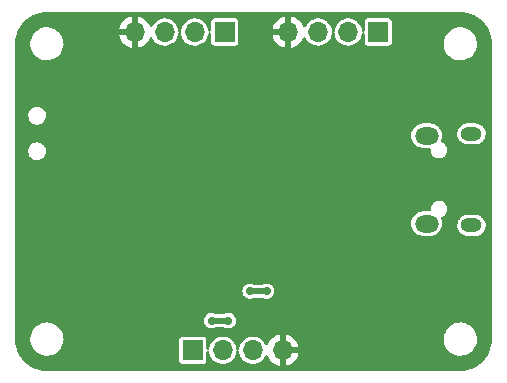
<source format=gbr>
%TF.GenerationSoftware,KiCad,Pcbnew,(6.0.8)*%
%TF.CreationDate,2022-11-08T11:47:25+01:00*%
%TF.ProjectId,stm32,73746d33-322e-46b6-9963-61645f706362,rev?*%
%TF.SameCoordinates,Original*%
%TF.FileFunction,Copper,L2,Bot*%
%TF.FilePolarity,Positive*%
%FSLAX46Y46*%
G04 Gerber Fmt 4.6, Leading zero omitted, Abs format (unit mm)*
G04 Created by KiCad (PCBNEW (6.0.8)) date 2022-11-08 11:47:25*
%MOMM*%
%LPD*%
G01*
G04 APERTURE LIST*
%TA.AperFunction,ComponentPad*%
%ADD10O,2.000000X1.450000*%
%TD*%
%TA.AperFunction,ComponentPad*%
%ADD11O,1.800000X1.150000*%
%TD*%
%TA.AperFunction,ComponentPad*%
%ADD12R,1.700000X1.700000*%
%TD*%
%TA.AperFunction,ComponentPad*%
%ADD13O,1.700000X1.700000*%
%TD*%
%TA.AperFunction,ViaPad*%
%ADD14C,0.700000*%
%TD*%
%TA.AperFunction,Conductor*%
%ADD15C,0.500000*%
%TD*%
G04 APERTURE END LIST*
D10*
%TO.P,J2,6,Shield*%
%TO.N,N/C*%
X163345000Y-91475000D03*
D11*
X167145000Y-99075000D03*
X167145000Y-91325000D03*
D10*
X163345000Y-98925000D03*
%TD*%
D12*
%TO.P,J3,1,Pin_1*%
%TO.N,+3.3V*%
X143550000Y-109650000D03*
D13*
%TO.P,J3,2,Pin_2*%
%TO.N,/I2C2_SCL*%
X146090000Y-109650000D03*
%TO.P,J3,3,Pin_3*%
%TO.N,/I2C2_SDA*%
X148630000Y-109650000D03*
%TO.P,J3,4,Pin_4*%
%TO.N,GND*%
X151170000Y-109650000D03*
%TD*%
D12*
%TO.P,J4,1,Pin_1*%
%TO.N,+3.3V*%
X159250000Y-82700000D03*
D13*
%TO.P,J4,2,Pin_2*%
%TO.N,/SWDIO*%
X156710000Y-82700000D03*
%TO.P,J4,3,Pin_3*%
%TO.N,/SWCLK*%
X154170000Y-82700000D03*
%TO.P,J4,4,Pin_4*%
%TO.N,GND*%
X151630000Y-82700000D03*
%TD*%
D12*
%TO.P,J1,1,Pin_1*%
%TO.N,+3.3V*%
X146250000Y-82700000D03*
D13*
%TO.P,J1,2,Pin_2*%
%TO.N,/USART1_TX*%
X143710000Y-82700000D03*
%TO.P,J1,3,Pin_3*%
%TO.N,/USART1_RX*%
X141170000Y-82700000D03*
%TO.P,J1,4,Pin_4*%
%TO.N,GND*%
X138630000Y-82700000D03*
%TD*%
D14*
%TO.N,GND*%
X145400000Y-93450000D03*
X160000000Y-99150000D03*
X133500000Y-89050000D03*
X140200000Y-92750000D03*
X146600000Y-102450000D03*
X140600000Y-100150000D03*
X161300000Y-93850000D03*
X141700000Y-91850000D03*
X140600000Y-103250000D03*
X159600000Y-103650000D03*
X160000000Y-100050000D03*
X141100000Y-95550000D03*
X160500000Y-103650000D03*
X164100000Y-104050000D03*
X145000000Y-97200000D03*
X149950000Y-99075000D03*
X136800000Y-97850000D03*
X138600000Y-92550000D03*
X166100000Y-101662500D03*
X154800000Y-94450000D03*
%TO.N,+3.3V*%
X145140500Y-107150000D03*
X149809500Y-104650000D03*
X146539500Y-107150000D03*
X148410500Y-104650000D03*
%TD*%
D15*
%TO.N,+3.3V*%
X146539500Y-107150000D02*
X145140500Y-107150000D01*
X148410500Y-104650000D02*
X149809500Y-104650000D01*
%TD*%
%TA.AperFunction,Conductor*%
%TO.N,GND*%
G36*
X166184391Y-81002384D02*
G01*
X166200000Y-81005136D01*
X166210685Y-81003252D01*
X166220339Y-81003252D01*
X166234278Y-81002425D01*
X166334732Y-81008066D01*
X166495296Y-81017084D01*
X166509113Y-81018641D01*
X166793826Y-81067015D01*
X166807384Y-81070109D01*
X167084899Y-81150060D01*
X167098024Y-81154653D01*
X167364834Y-81265170D01*
X167377362Y-81271203D01*
X167517513Y-81348661D01*
X167630132Y-81410903D01*
X167641900Y-81418298D01*
X167877431Y-81585417D01*
X167888303Y-81594086D01*
X168103642Y-81786525D01*
X168113475Y-81796358D01*
X168305914Y-82011697D01*
X168314583Y-82022569D01*
X168481702Y-82258100D01*
X168489097Y-82269868D01*
X168514511Y-82315851D01*
X168628797Y-82522638D01*
X168634830Y-82535166D01*
X168745347Y-82801976D01*
X168749940Y-82815101D01*
X168756267Y-82837061D01*
X168824827Y-83075037D01*
X168829891Y-83092616D01*
X168832985Y-83106174D01*
X168881359Y-83390887D01*
X168882916Y-83404704D01*
X168885482Y-83450391D01*
X168896613Y-83648584D01*
X168897575Y-83665720D01*
X168896748Y-83679661D01*
X168896748Y-83689315D01*
X168894864Y-83700000D01*
X168897616Y-83715606D01*
X168899500Y-83737139D01*
X168899500Y-108662861D01*
X168897616Y-108684391D01*
X168894864Y-108700000D01*
X168896748Y-108710685D01*
X168896748Y-108720339D01*
X168897575Y-108734278D01*
X168895283Y-108775093D01*
X168882916Y-108995296D01*
X168881359Y-109009113D01*
X168832985Y-109293826D01*
X168829891Y-109307383D01*
X168823534Y-109329451D01*
X168749940Y-109584899D01*
X168745347Y-109598024D01*
X168634830Y-109864834D01*
X168628797Y-109877362D01*
X168551339Y-110017513D01*
X168493264Y-110122594D01*
X168489101Y-110130126D01*
X168481702Y-110141900D01*
X168314583Y-110377431D01*
X168305914Y-110388303D01*
X168113475Y-110603642D01*
X168103642Y-110613475D01*
X167888303Y-110805914D01*
X167877431Y-110814583D01*
X167641900Y-110981702D01*
X167630132Y-110989097D01*
X167517513Y-111051339D01*
X167377362Y-111128797D01*
X167364834Y-111134830D01*
X167098024Y-111245347D01*
X167084899Y-111249940D01*
X166807384Y-111329891D01*
X166793826Y-111332985D01*
X166509113Y-111381359D01*
X166495296Y-111382916D01*
X166334732Y-111391934D01*
X166234278Y-111397575D01*
X166220339Y-111396748D01*
X166210685Y-111396748D01*
X166200000Y-111394864D01*
X166184391Y-111397616D01*
X166162861Y-111399500D01*
X131237139Y-111399500D01*
X131215609Y-111397616D01*
X131200000Y-111394864D01*
X131189315Y-111396748D01*
X131179661Y-111396748D01*
X131165722Y-111397575D01*
X131065268Y-111391934D01*
X130904704Y-111382916D01*
X130890887Y-111381359D01*
X130606174Y-111332985D01*
X130592616Y-111329891D01*
X130315101Y-111249940D01*
X130301976Y-111245347D01*
X130035166Y-111134830D01*
X130022638Y-111128797D01*
X129882487Y-111051339D01*
X129769868Y-110989097D01*
X129758100Y-110981702D01*
X129522569Y-110814583D01*
X129511697Y-110805914D01*
X129296358Y-110613475D01*
X129286525Y-110603642D01*
X129233803Y-110544646D01*
X142399500Y-110544646D01*
X142402618Y-110570846D01*
X142448061Y-110673153D01*
X142527287Y-110752241D01*
X142537758Y-110756870D01*
X142537759Y-110756871D01*
X142621147Y-110793737D01*
X142621149Y-110793738D01*
X142629673Y-110797506D01*
X142655354Y-110800500D01*
X144444646Y-110800500D01*
X144448300Y-110800065D01*
X144448302Y-110800065D01*
X144453266Y-110799474D01*
X144470846Y-110797382D01*
X144573153Y-110751939D01*
X144652241Y-110672713D01*
X144656871Y-110662241D01*
X144693737Y-110578853D01*
X144693738Y-110578851D01*
X144697506Y-110570327D01*
X144700500Y-110544646D01*
X144700500Y-109830300D01*
X144720185Y-109763261D01*
X144772989Y-109717506D01*
X144842147Y-109707562D01*
X144905703Y-109736587D01*
X144943477Y-109795365D01*
X144948234Y-109822190D01*
X144948423Y-109825072D01*
X144948425Y-109825082D01*
X144948796Y-109830749D01*
X145000845Y-110035690D01*
X145003219Y-110040841D01*
X145003221Y-110040845D01*
X145040908Y-110122594D01*
X145089369Y-110227714D01*
X145092647Y-110232352D01*
X145199193Y-110383111D01*
X145211405Y-110400391D01*
X145362865Y-110547937D01*
X145367588Y-110551093D01*
X145367592Y-110551096D01*
X145438663Y-110598584D01*
X145538677Y-110665411D01*
X145732953Y-110748878D01*
X145768277Y-110756871D01*
X145933638Y-110794289D01*
X145933642Y-110794290D01*
X145939186Y-110795544D01*
X146065315Y-110800500D01*
X146144789Y-110803623D01*
X146144791Y-110803623D01*
X146150470Y-110803846D01*
X146156090Y-110803031D01*
X146156092Y-110803031D01*
X146354103Y-110774320D01*
X146354104Y-110774320D01*
X146359730Y-110773504D01*
X146378588Y-110767103D01*
X146554565Y-110707367D01*
X146554568Y-110707366D01*
X146559955Y-110705537D01*
X146564916Y-110702759D01*
X146564922Y-110702756D01*
X146672253Y-110642647D01*
X146744442Y-110602219D01*
X146782165Y-110570846D01*
X146902645Y-110470644D01*
X146907012Y-110467012D01*
X146910644Y-110462645D01*
X147038584Y-110308813D01*
X147038585Y-110308811D01*
X147042219Y-110304442D01*
X147088078Y-110222556D01*
X147142756Y-110124922D01*
X147142759Y-110124916D01*
X147145537Y-110119955D01*
X147152165Y-110100431D01*
X147211675Y-109925118D01*
X147213504Y-109919730D01*
X147215726Y-109904404D01*
X147237820Y-109752033D01*
X147266921Y-109688512D01*
X147320225Y-109654346D01*
X147400974Y-109654346D01*
X147454347Y-109688736D01*
X147483296Y-109752327D01*
X147484271Y-109761707D01*
X147488796Y-109830749D01*
X147540845Y-110035690D01*
X147543219Y-110040841D01*
X147543221Y-110040845D01*
X147580908Y-110122594D01*
X147629369Y-110227714D01*
X147632647Y-110232352D01*
X147739193Y-110383111D01*
X147751405Y-110400391D01*
X147902865Y-110547937D01*
X147907588Y-110551093D01*
X147907592Y-110551096D01*
X147978663Y-110598584D01*
X148078677Y-110665411D01*
X148272953Y-110748878D01*
X148308277Y-110756871D01*
X148473638Y-110794289D01*
X148473642Y-110794290D01*
X148479186Y-110795544D01*
X148605315Y-110800500D01*
X148684789Y-110803623D01*
X148684791Y-110803623D01*
X148690470Y-110803846D01*
X148696090Y-110803031D01*
X148696092Y-110803031D01*
X148894103Y-110774320D01*
X148894104Y-110774320D01*
X148899730Y-110773504D01*
X148918588Y-110767103D01*
X149094565Y-110707367D01*
X149094568Y-110707366D01*
X149099955Y-110705537D01*
X149104916Y-110702759D01*
X149104922Y-110702756D01*
X149212253Y-110642647D01*
X149284442Y-110602219D01*
X149322165Y-110570846D01*
X149442645Y-110470644D01*
X149447012Y-110467012D01*
X149450644Y-110462645D01*
X149578584Y-110308813D01*
X149578585Y-110308811D01*
X149582219Y-110304442D01*
X149684059Y-110122594D01*
X149733990Y-110073721D01*
X149802418Y-110059601D01*
X149867617Y-110084717D01*
X149904630Y-110130778D01*
X149994110Y-110322667D01*
X149999508Y-110332017D01*
X150128784Y-110516643D01*
X150135719Y-110524907D01*
X150295091Y-110684279D01*
X150303357Y-110691215D01*
X150487992Y-110820498D01*
X150497324Y-110825886D01*
X150701603Y-110921143D01*
X150711736Y-110924832D01*
X150902779Y-110976022D01*
X150916653Y-110975691D01*
X150920000Y-110967875D01*
X150920000Y-110962806D01*
X151420000Y-110962806D01*
X151423910Y-110976123D01*
X151432326Y-110977333D01*
X151628264Y-110924832D01*
X151638397Y-110921143D01*
X151842676Y-110825886D01*
X151852008Y-110820498D01*
X152036643Y-110691215D01*
X152044909Y-110684279D01*
X152204281Y-110524907D01*
X152211216Y-110516643D01*
X152340492Y-110332017D01*
X152345890Y-110322667D01*
X152441143Y-110118397D01*
X152444832Y-110108264D01*
X152496022Y-109917221D01*
X152495691Y-109903347D01*
X152487875Y-109900000D01*
X151437830Y-109900000D01*
X151422831Y-109904404D01*
X151421644Y-109905774D01*
X151420000Y-109913332D01*
X151420000Y-110962806D01*
X150920000Y-110962806D01*
X150920000Y-109382170D01*
X151420000Y-109382170D01*
X151424404Y-109397169D01*
X151425774Y-109398356D01*
X151433332Y-109400000D01*
X152482806Y-109400000D01*
X152496123Y-109396090D01*
X152497333Y-109387674D01*
X152444832Y-109191736D01*
X152441143Y-109181603D01*
X152345890Y-108977333D01*
X152340492Y-108967983D01*
X152211216Y-108783357D01*
X152204281Y-108775093D01*
X152062977Y-108633789D01*
X164795996Y-108633789D01*
X164799769Y-108734280D01*
X164804148Y-108850907D01*
X164804913Y-108871295D01*
X164805990Y-108876430D01*
X164805991Y-108876435D01*
X164837320Y-109025747D01*
X164853719Y-109103904D01*
X164941020Y-109324963D01*
X164943741Y-109329447D01*
X164943743Y-109329451D01*
X165011233Y-109440670D01*
X165064319Y-109528153D01*
X165220090Y-109707664D01*
X165403880Y-109858362D01*
X165408441Y-109860958D01*
X165408442Y-109860959D01*
X165605875Y-109973345D01*
X165605880Y-109973347D01*
X165610433Y-109975939D01*
X165833844Y-110057034D01*
X166067725Y-110099326D01*
X166092619Y-110100500D01*
X166259680Y-110100500D01*
X166262296Y-110100278D01*
X166262297Y-110100278D01*
X166431590Y-110085913D01*
X166436823Y-110085469D01*
X166666874Y-110025760D01*
X166883576Y-109928143D01*
X167080732Y-109795409D01*
X167252705Y-109631355D01*
X167394579Y-109440670D01*
X167396958Y-109435991D01*
X167499913Y-109233493D01*
X167499915Y-109233488D01*
X167502295Y-109228807D01*
X167510371Y-109202800D01*
X167571215Y-109006848D01*
X167572775Y-109001824D01*
X167576021Y-108977333D01*
X167603315Y-108771412D01*
X167603315Y-108771408D01*
X167604004Y-108766211D01*
X167595087Y-108528705D01*
X167590379Y-108506263D01*
X167547361Y-108301242D01*
X167547360Y-108301239D01*
X167546281Y-108296096D01*
X167458980Y-108075037D01*
X167391607Y-107964009D01*
X167338408Y-107876341D01*
X167335681Y-107871847D01*
X167179910Y-107692336D01*
X166996120Y-107541638D01*
X166878687Y-107474791D01*
X166794125Y-107426655D01*
X166794120Y-107426653D01*
X166789567Y-107424061D01*
X166566156Y-107342966D01*
X166332275Y-107300674D01*
X166307381Y-107299500D01*
X166140320Y-107299500D01*
X166137704Y-107299722D01*
X166137703Y-107299722D01*
X166126484Y-107300674D01*
X165963177Y-107314531D01*
X165733126Y-107374240D01*
X165516424Y-107471857D01*
X165319268Y-107604591D01*
X165147295Y-107768645D01*
X165005421Y-107959330D01*
X165003042Y-107964008D01*
X165003042Y-107964009D01*
X164948875Y-108070549D01*
X164897705Y-108171193D01*
X164827225Y-108398176D01*
X164826534Y-108403386D01*
X164826534Y-108403388D01*
X164796858Y-108627287D01*
X164795996Y-108633789D01*
X152062977Y-108633789D01*
X152044909Y-108615721D01*
X152036643Y-108608785D01*
X151852008Y-108479502D01*
X151842676Y-108474114D01*
X151638397Y-108378857D01*
X151628264Y-108375168D01*
X151437221Y-108323978D01*
X151423347Y-108324309D01*
X151420000Y-108332125D01*
X151420000Y-109382170D01*
X150920000Y-109382170D01*
X150920000Y-108337194D01*
X150916090Y-108323877D01*
X150907674Y-108322667D01*
X150711736Y-108375168D01*
X150701603Y-108378857D01*
X150497333Y-108474110D01*
X150487983Y-108479508D01*
X150303357Y-108608784D01*
X150295093Y-108615719D01*
X150135719Y-108775093D01*
X150128784Y-108783357D01*
X149999508Y-108967983D01*
X149994110Y-108977333D01*
X149902664Y-109173438D01*
X149856491Y-109225877D01*
X149789298Y-109245029D01*
X149722417Y-109224813D01*
X149679071Y-109175878D01*
X149615165Y-109046290D01*
X149488651Y-108876867D01*
X149484481Y-108873012D01*
X149484478Y-108873009D01*
X149374570Y-108771412D01*
X149333381Y-108733337D01*
X149327574Y-108729673D01*
X149159363Y-108623539D01*
X149159361Y-108623538D01*
X149154554Y-108620505D01*
X148958160Y-108542152D01*
X148952579Y-108541042D01*
X148952576Y-108541041D01*
X148854467Y-108521526D01*
X148750775Y-108500901D01*
X148745088Y-108500827D01*
X148745083Y-108500826D01*
X148545034Y-108498207D01*
X148545029Y-108498207D01*
X148539346Y-108498133D01*
X148533742Y-108499096D01*
X148533741Y-108499096D01*
X148336550Y-108532979D01*
X148336547Y-108532980D01*
X148330953Y-108533941D01*
X148132575Y-108607127D01*
X148127697Y-108610029D01*
X148127695Y-108610030D01*
X147955740Y-108712332D01*
X147955737Y-108712334D01*
X147950856Y-108715238D01*
X147791881Y-108854655D01*
X147788362Y-108859119D01*
X147788359Y-108859122D01*
X147770782Y-108881419D01*
X147660976Y-109020708D01*
X147562523Y-109207836D01*
X147560837Y-109213267D01*
X147560835Y-109213271D01*
X147508391Y-109382170D01*
X147499820Y-109409773D01*
X147482851Y-109553140D01*
X147455425Y-109617398D01*
X147400974Y-109654346D01*
X147320225Y-109654346D01*
X147320667Y-109654063D01*
X147268057Y-109622081D01*
X147237453Y-109559271D01*
X147236232Y-109549909D01*
X147226601Y-109445100D01*
X147226081Y-109439440D01*
X147168686Y-109235931D01*
X147075165Y-109046290D01*
X146948651Y-108876867D01*
X146944481Y-108873012D01*
X146944478Y-108873009D01*
X146834570Y-108771412D01*
X146793381Y-108733337D01*
X146787574Y-108729673D01*
X146619363Y-108623539D01*
X146619361Y-108623538D01*
X146614554Y-108620505D01*
X146418160Y-108542152D01*
X146412579Y-108541042D01*
X146412576Y-108541041D01*
X146314467Y-108521526D01*
X146210775Y-108500901D01*
X146205088Y-108500827D01*
X146205083Y-108500826D01*
X146005034Y-108498207D01*
X146005029Y-108498207D01*
X145999346Y-108498133D01*
X145993742Y-108499096D01*
X145993741Y-108499096D01*
X145796550Y-108532979D01*
X145796547Y-108532980D01*
X145790953Y-108533941D01*
X145592575Y-108607127D01*
X145587697Y-108610029D01*
X145587695Y-108610030D01*
X145415740Y-108712332D01*
X145415737Y-108712334D01*
X145410856Y-108715238D01*
X145251881Y-108854655D01*
X145248362Y-108859119D01*
X145248359Y-108859122D01*
X145230782Y-108881419D01*
X145120976Y-109020708D01*
X145022523Y-109207836D01*
X145020837Y-109213267D01*
X145020835Y-109213271D01*
X144968391Y-109382170D01*
X144959820Y-109409773D01*
X144959152Y-109415418D01*
X144959151Y-109415422D01*
X144947640Y-109512681D01*
X144920213Y-109576942D01*
X144862397Y-109616173D01*
X144792549Y-109617919D01*
X144732845Y-109581625D01*
X144702241Y-109518814D01*
X144700500Y-109498106D01*
X144700500Y-108755354D01*
X144697382Y-108729154D01*
X144651939Y-108626847D01*
X144572713Y-108547759D01*
X144562242Y-108543130D01*
X144562241Y-108543129D01*
X144478853Y-108506263D01*
X144478851Y-108506262D01*
X144470327Y-108502494D01*
X144444646Y-108499500D01*
X142655354Y-108499500D01*
X142651700Y-108499935D01*
X142651698Y-108499935D01*
X142646734Y-108500526D01*
X142629154Y-108502618D01*
X142526847Y-108548061D01*
X142447759Y-108627287D01*
X142443130Y-108637758D01*
X142443129Y-108637759D01*
X142406621Y-108720339D01*
X142402494Y-108729673D01*
X142399500Y-108755354D01*
X142399500Y-110544646D01*
X129233803Y-110544646D01*
X129094086Y-110388303D01*
X129085417Y-110377431D01*
X128918298Y-110141900D01*
X128910899Y-110130126D01*
X128906737Y-110122594D01*
X128848661Y-110017513D01*
X128771203Y-109877362D01*
X128765170Y-109864834D01*
X128654653Y-109598024D01*
X128650060Y-109584899D01*
X128576466Y-109329451D01*
X128570109Y-109307383D01*
X128567015Y-109293826D01*
X128518641Y-109009113D01*
X128517084Y-108995296D01*
X128504717Y-108775093D01*
X128502425Y-108734278D01*
X128503252Y-108720339D01*
X128503252Y-108710685D01*
X128505136Y-108700000D01*
X128502384Y-108684391D01*
X128500500Y-108662861D01*
X128500500Y-108633789D01*
X129795996Y-108633789D01*
X129799769Y-108734280D01*
X129804148Y-108850907D01*
X129804913Y-108871295D01*
X129805990Y-108876430D01*
X129805991Y-108876435D01*
X129837320Y-109025747D01*
X129853719Y-109103904D01*
X129941020Y-109324963D01*
X129943741Y-109329447D01*
X129943743Y-109329451D01*
X130011233Y-109440670D01*
X130064319Y-109528153D01*
X130220090Y-109707664D01*
X130403880Y-109858362D01*
X130408441Y-109860958D01*
X130408442Y-109860959D01*
X130605875Y-109973345D01*
X130605880Y-109973347D01*
X130610433Y-109975939D01*
X130833844Y-110057034D01*
X131067725Y-110099326D01*
X131092619Y-110100500D01*
X131259680Y-110100500D01*
X131262296Y-110100278D01*
X131262297Y-110100278D01*
X131431590Y-110085913D01*
X131436823Y-110085469D01*
X131666874Y-110025760D01*
X131883576Y-109928143D01*
X132080732Y-109795409D01*
X132252705Y-109631355D01*
X132394579Y-109440670D01*
X132396958Y-109435991D01*
X132499913Y-109233493D01*
X132499915Y-109233488D01*
X132502295Y-109228807D01*
X132510371Y-109202800D01*
X132571215Y-109006848D01*
X132572775Y-109001824D01*
X132576021Y-108977333D01*
X132603315Y-108771412D01*
X132603315Y-108771408D01*
X132604004Y-108766211D01*
X132595087Y-108528705D01*
X132590379Y-108506263D01*
X132547361Y-108301242D01*
X132547360Y-108301239D01*
X132546281Y-108296096D01*
X132458980Y-108075037D01*
X132391607Y-107964009D01*
X132338408Y-107876341D01*
X132335681Y-107871847D01*
X132179910Y-107692336D01*
X131996120Y-107541638D01*
X131878687Y-107474791D01*
X131794125Y-107426655D01*
X131794120Y-107426653D01*
X131789567Y-107424061D01*
X131566156Y-107342966D01*
X131332275Y-107300674D01*
X131307381Y-107299500D01*
X131140320Y-107299500D01*
X131137704Y-107299722D01*
X131137703Y-107299722D01*
X131126484Y-107300674D01*
X130963177Y-107314531D01*
X130733126Y-107374240D01*
X130516424Y-107471857D01*
X130319268Y-107604591D01*
X130147295Y-107768645D01*
X130005421Y-107959330D01*
X130003042Y-107964008D01*
X130003042Y-107964009D01*
X129948875Y-108070549D01*
X129897705Y-108171193D01*
X129827225Y-108398176D01*
X129826534Y-108403386D01*
X129826534Y-108403388D01*
X129796858Y-108627287D01*
X129795996Y-108633789D01*
X128500500Y-108633789D01*
X128500500Y-107143138D01*
X144485258Y-107143138D01*
X144486078Y-107150566D01*
X144486078Y-107150568D01*
X144487974Y-107167744D01*
X144502535Y-107299633D01*
X144505101Y-107306645D01*
X144505102Y-107306649D01*
X144519048Y-107344757D01*
X144556643Y-107447490D01*
X144644458Y-107578172D01*
X144677473Y-107608213D01*
X144755378Y-107679102D01*
X144755382Y-107679105D01*
X144760910Y-107684135D01*
X144767480Y-107687702D01*
X144767481Y-107687703D01*
X144892708Y-107755696D01*
X144899276Y-107759262D01*
X145001531Y-107786088D01*
X145044341Y-107797319D01*
X145044343Y-107797319D01*
X145051569Y-107799215D01*
X145128627Y-107800425D01*
X145201525Y-107801571D01*
X145201528Y-107801571D01*
X145208995Y-107801688D01*
X145216276Y-107800020D01*
X145216280Y-107800020D01*
X145355177Y-107768208D01*
X145355178Y-107768208D01*
X145362468Y-107766538D01*
X145467481Y-107713722D01*
X145523197Y-107700500D01*
X146158558Y-107700500D01*
X146217726Y-107715527D01*
X146298276Y-107759262D01*
X146400531Y-107786088D01*
X146443341Y-107797319D01*
X146443343Y-107797319D01*
X146450569Y-107799215D01*
X146527627Y-107800425D01*
X146600525Y-107801571D01*
X146600528Y-107801571D01*
X146607995Y-107801688D01*
X146615276Y-107800020D01*
X146615280Y-107800020D01*
X146754181Y-107768207D01*
X146761468Y-107766538D01*
X146902125Y-107695795D01*
X146907806Y-107690943D01*
X146907809Y-107690941D01*
X147016166Y-107598395D01*
X147016167Y-107598394D01*
X147021848Y-107593542D01*
X147032893Y-107578172D01*
X147107179Y-107474791D01*
X147113724Y-107465683D01*
X147172450Y-107319598D01*
X147175040Y-107301401D01*
X147194062Y-107167744D01*
X147194062Y-107167740D01*
X147194634Y-107163723D01*
X147194778Y-107150000D01*
X147175863Y-106993694D01*
X147120210Y-106846412D01*
X147111837Y-106834229D01*
X147035268Y-106722821D01*
X147035265Y-106722818D01*
X147031031Y-106716657D01*
X146913476Y-106611919D01*
X146774331Y-106538245D01*
X146621628Y-106499889D01*
X146539829Y-106499461D01*
X146471658Y-106499104D01*
X146471657Y-106499104D01*
X146464184Y-106499065D01*
X146456921Y-106500809D01*
X146456918Y-106500809D01*
X146387636Y-106517443D01*
X146311088Y-106535820D01*
X146245918Y-106569457D01*
X146214468Y-106585689D01*
X146157596Y-106599500D01*
X145521824Y-106599500D01*
X145463801Y-106585087D01*
X145381943Y-106541745D01*
X145381937Y-106541743D01*
X145375331Y-106538245D01*
X145222628Y-106499889D01*
X145140829Y-106499461D01*
X145072658Y-106499104D01*
X145072657Y-106499104D01*
X145065184Y-106499065D01*
X145057921Y-106500809D01*
X145057918Y-106500809D01*
X144988636Y-106517443D01*
X144912088Y-106535820D01*
X144772179Y-106608032D01*
X144653534Y-106711533D01*
X144563001Y-106840348D01*
X144505809Y-106987039D01*
X144485258Y-107143138D01*
X128500500Y-107143138D01*
X128500500Y-104643138D01*
X147755258Y-104643138D01*
X147756078Y-104650566D01*
X147756078Y-104650568D01*
X147757974Y-104667744D01*
X147772535Y-104799633D01*
X147826643Y-104947490D01*
X147914458Y-105078172D01*
X147936683Y-105098395D01*
X148025378Y-105179102D01*
X148025382Y-105179105D01*
X148030910Y-105184135D01*
X148037480Y-105187702D01*
X148037481Y-105187703D01*
X148162708Y-105255696D01*
X148169276Y-105259262D01*
X148271531Y-105286088D01*
X148314341Y-105297319D01*
X148314343Y-105297319D01*
X148321569Y-105299215D01*
X148398627Y-105300425D01*
X148471525Y-105301571D01*
X148471528Y-105301571D01*
X148478995Y-105301688D01*
X148486276Y-105300020D01*
X148486280Y-105300020D01*
X148625177Y-105268208D01*
X148625178Y-105268208D01*
X148632468Y-105266538D01*
X148737481Y-105213722D01*
X148793197Y-105200500D01*
X149428558Y-105200500D01*
X149487726Y-105215527D01*
X149568276Y-105259262D01*
X149670531Y-105286088D01*
X149713341Y-105297319D01*
X149713343Y-105297319D01*
X149720569Y-105299215D01*
X149797627Y-105300425D01*
X149870525Y-105301571D01*
X149870528Y-105301571D01*
X149877995Y-105301688D01*
X149885276Y-105300020D01*
X149885280Y-105300020D01*
X150024181Y-105268207D01*
X150031468Y-105266538D01*
X150172125Y-105195795D01*
X150177806Y-105190943D01*
X150177809Y-105190941D01*
X150286166Y-105098395D01*
X150286167Y-105098394D01*
X150291848Y-105093542D01*
X150302893Y-105078172D01*
X150323298Y-105049775D01*
X150383724Y-104965683D01*
X150442450Y-104819598D01*
X150444293Y-104806649D01*
X150464062Y-104667744D01*
X150464062Y-104667740D01*
X150464634Y-104663723D01*
X150464778Y-104650000D01*
X150445863Y-104493694D01*
X150390210Y-104346412D01*
X150381837Y-104334229D01*
X150305268Y-104222821D01*
X150305265Y-104222818D01*
X150301031Y-104216657D01*
X150183476Y-104111919D01*
X150044331Y-104038245D01*
X149891628Y-103999889D01*
X149809829Y-103999461D01*
X149741658Y-103999104D01*
X149741657Y-103999104D01*
X149734184Y-103999065D01*
X149726921Y-104000809D01*
X149726918Y-104000809D01*
X149657636Y-104017442D01*
X149581088Y-104035820D01*
X149515918Y-104069457D01*
X149484468Y-104085689D01*
X149427596Y-104099500D01*
X148791824Y-104099500D01*
X148733801Y-104085087D01*
X148651943Y-104041745D01*
X148651937Y-104041743D01*
X148645331Y-104038245D01*
X148492628Y-103999889D01*
X148410829Y-103999461D01*
X148342658Y-103999104D01*
X148342657Y-103999104D01*
X148335184Y-103999065D01*
X148327921Y-104000809D01*
X148327918Y-104000809D01*
X148258636Y-104017442D01*
X148182088Y-104035820D01*
X148042179Y-104108032D01*
X147923534Y-104211533D01*
X147833001Y-104340348D01*
X147775809Y-104487039D01*
X147755258Y-104643138D01*
X128500500Y-104643138D01*
X128500500Y-98917806D01*
X162039563Y-98917806D01*
X162040112Y-98923839D01*
X162040112Y-98923843D01*
X162049395Y-99025840D01*
X162057790Y-99118089D01*
X162059501Y-99123902D01*
X162059501Y-99123903D01*
X162061944Y-99132203D01*
X162114572Y-99311018D01*
X162207746Y-99489243D01*
X162301919Y-99606370D01*
X162329137Y-99640222D01*
X162333763Y-99645976D01*
X162487823Y-99775248D01*
X162664058Y-99872134D01*
X162669840Y-99873968D01*
X162669842Y-99873969D01*
X162849976Y-99931111D01*
X162849978Y-99931111D01*
X162855755Y-99932944D01*
X162910287Y-99939061D01*
X163008815Y-99950113D01*
X163008821Y-99950113D01*
X163012268Y-99950500D01*
X163670606Y-99950500D01*
X163673621Y-99950204D01*
X163673629Y-99950204D01*
X163814115Y-99936429D01*
X163814117Y-99936429D01*
X163820151Y-99935837D01*
X164012679Y-99877710D01*
X164190249Y-99783294D01*
X164346099Y-99656186D01*
X164474292Y-99501227D01*
X164481203Y-99488446D01*
X164567059Y-99329658D01*
X164567060Y-99329656D01*
X164569945Y-99324320D01*
X164629415Y-99132203D01*
X164640594Y-99025840D01*
X165940711Y-99025840D01*
X165950667Y-99215801D01*
X166001181Y-99399193D01*
X166089898Y-99567460D01*
X166094229Y-99572585D01*
X166094231Y-99572588D01*
X166208345Y-99707624D01*
X166212678Y-99712751D01*
X166218012Y-99716829D01*
X166358456Y-99824207D01*
X166358459Y-99824209D01*
X166363793Y-99828287D01*
X166369882Y-99831126D01*
X166369883Y-99831127D01*
X166530109Y-99905841D01*
X166536193Y-99908678D01*
X166542738Y-99910141D01*
X166542741Y-99910142D01*
X166634890Y-99930740D01*
X166721834Y-99950174D01*
X166727665Y-99950500D01*
X167517517Y-99950500D01*
X167659109Y-99935118D01*
X167839396Y-99874445D01*
X168002447Y-99776474D01*
X168129649Y-99656186D01*
X168135781Y-99650387D01*
X168140658Y-99645775D01*
X168190396Y-99572588D01*
X168243804Y-99494000D01*
X168243806Y-99493997D01*
X168247578Y-99488446D01*
X168250070Y-99482216D01*
X168250072Y-99482212D01*
X168315727Y-99318062D01*
X168318221Y-99311827D01*
X168319318Y-99305202D01*
X168348192Y-99130788D01*
X168348192Y-99130786D01*
X168349289Y-99124160D01*
X168339333Y-98934199D01*
X168288819Y-98750807D01*
X168200102Y-98582540D01*
X168156947Y-98531472D01*
X168081655Y-98442376D01*
X168081653Y-98442374D01*
X168077322Y-98437249D01*
X167993976Y-98373526D01*
X167931544Y-98325793D01*
X167931541Y-98325791D01*
X167926207Y-98321713D01*
X167853367Y-98287747D01*
X167759891Y-98244159D01*
X167753807Y-98241322D01*
X167747262Y-98239859D01*
X167747259Y-98239858D01*
X167635522Y-98214882D01*
X167568166Y-98199826D01*
X167562335Y-98199500D01*
X166772483Y-98199500D01*
X166630891Y-98214882D01*
X166450604Y-98275555D01*
X166287553Y-98373526D01*
X166149342Y-98504225D01*
X166145569Y-98509777D01*
X166145568Y-98509778D01*
X166092083Y-98588480D01*
X166042422Y-98661554D01*
X166039930Y-98667784D01*
X166039928Y-98667788D01*
X166019926Y-98717797D01*
X165971779Y-98838173D01*
X165970683Y-98844796D01*
X165970682Y-98844798D01*
X165956954Y-98927726D01*
X165940711Y-99025840D01*
X164640594Y-99025840D01*
X164650437Y-98932194D01*
X164642484Y-98844798D01*
X164634519Y-98757280D01*
X164632210Y-98731911D01*
X164575428Y-98538982D01*
X164572617Y-98533606D01*
X164570346Y-98527984D01*
X164571705Y-98527435D01*
X164559512Y-98466039D01*
X164585113Y-98401029D01*
X164634618Y-98365100D01*
X164634029Y-98363928D01*
X164778820Y-98291106D01*
X164778822Y-98291105D01*
X164785498Y-98287747D01*
X164791180Y-98282894D01*
X164791183Y-98282892D01*
X164908741Y-98182487D01*
X164914423Y-98177634D01*
X165013361Y-98039947D01*
X165076601Y-97882634D01*
X165100490Y-97714778D01*
X165100645Y-97700000D01*
X165080276Y-97531680D01*
X165020345Y-97373077D01*
X165011657Y-97360436D01*
X164928549Y-97239513D01*
X164928546Y-97239510D01*
X164924312Y-97233349D01*
X164797721Y-97120560D01*
X164783347Y-97112949D01*
X164654489Y-97044723D01*
X164647881Y-97041224D01*
X164483441Y-96999919D01*
X164397248Y-96999468D01*
X164321368Y-96999070D01*
X164321367Y-96999070D01*
X164313895Y-96999031D01*
X164292235Y-97004231D01*
X164156295Y-97036868D01*
X164156293Y-97036869D01*
X164149032Y-97038612D01*
X164142399Y-97042035D01*
X164142395Y-97042037D01*
X164075465Y-97076583D01*
X163998369Y-97116375D01*
X163870604Y-97227831D01*
X163773113Y-97366547D01*
X163711524Y-97524513D01*
X163689394Y-97692611D01*
X163690214Y-97700039D01*
X163690214Y-97700041D01*
X163697043Y-97761893D01*
X163684834Y-97830687D01*
X163637370Y-97881960D01*
X163573792Y-97899500D01*
X163019394Y-97899500D01*
X163016379Y-97899796D01*
X163016371Y-97899796D01*
X162875885Y-97913571D01*
X162875883Y-97913571D01*
X162869849Y-97914163D01*
X162677321Y-97972290D01*
X162499751Y-98066706D01*
X162343901Y-98193814D01*
X162215708Y-98348773D01*
X162212822Y-98354110D01*
X162212821Y-98354112D01*
X162131656Y-98504225D01*
X162120055Y-98525680D01*
X162060585Y-98717797D01*
X162039563Y-98917806D01*
X128500500Y-98917806D01*
X128500500Y-92840862D01*
X129615497Y-92840862D01*
X129645134Y-93013340D01*
X129647957Y-93019973D01*
X129647957Y-93019975D01*
X129677875Y-93090288D01*
X129713654Y-93174373D01*
X129717921Y-93180171D01*
X129717922Y-93180173D01*
X129793516Y-93282892D01*
X129817383Y-93315324D01*
X129822874Y-93319989D01*
X129822875Y-93319990D01*
X129945261Y-93423965D01*
X129945264Y-93423967D01*
X129950755Y-93428632D01*
X129957172Y-93431909D01*
X129957174Y-93431910D01*
X130023616Y-93465837D01*
X130106616Y-93508219D01*
X130113612Y-93509931D01*
X130113615Y-93509932D01*
X130184763Y-93527341D01*
X130276606Y-93549815D01*
X130282114Y-93550157D01*
X130282116Y-93550157D01*
X130285744Y-93550382D01*
X130285748Y-93550382D01*
X130287648Y-93550500D01*
X130413822Y-93550500D01*
X130543828Y-93535343D01*
X130550595Y-93532887D01*
X130550598Y-93532886D01*
X130701557Y-93478090D01*
X130701558Y-93478089D01*
X130708331Y-93475631D01*
X130820974Y-93401779D01*
X130848656Y-93383630D01*
X130848657Y-93383629D01*
X130854685Y-93379677D01*
X130859637Y-93374449D01*
X130859640Y-93374447D01*
X130970087Y-93257857D01*
X130970089Y-93257855D01*
X130975040Y-93252628D01*
X130978656Y-93246403D01*
X130978658Y-93246400D01*
X131059322Y-93107525D01*
X131062939Y-93101298D01*
X131113667Y-92933807D01*
X131124503Y-92759138D01*
X131094866Y-92586660D01*
X131026346Y-92425627D01*
X130992822Y-92380073D01*
X130926888Y-92290479D01*
X130926886Y-92290477D01*
X130922617Y-92284676D01*
X130869457Y-92239513D01*
X130794739Y-92176035D01*
X130794736Y-92176033D01*
X130789245Y-92171368D01*
X130782828Y-92168091D01*
X130782826Y-92168090D01*
X130689744Y-92120560D01*
X130633384Y-92091781D01*
X130626388Y-92090069D01*
X130626385Y-92090068D01*
X130555237Y-92072659D01*
X130463394Y-92050185D01*
X130457886Y-92049843D01*
X130457884Y-92049843D01*
X130454256Y-92049618D01*
X130454252Y-92049618D01*
X130452352Y-92049500D01*
X130326178Y-92049500D01*
X130196172Y-92064657D01*
X130189405Y-92067113D01*
X130189402Y-92067114D01*
X130040994Y-92120984D01*
X130031669Y-92124369D01*
X129885315Y-92220323D01*
X129880363Y-92225551D01*
X129880360Y-92225553D01*
X129785918Y-92325248D01*
X129764960Y-92347372D01*
X129761344Y-92353597D01*
X129761342Y-92353600D01*
X129723234Y-92419209D01*
X129677061Y-92498702D01*
X129626333Y-92666193D01*
X129615497Y-92840862D01*
X128500500Y-92840862D01*
X128500500Y-91467806D01*
X162039563Y-91467806D01*
X162040112Y-91473839D01*
X162040112Y-91473843D01*
X162048119Y-91561827D01*
X162057790Y-91668089D01*
X162114572Y-91861018D01*
X162207746Y-92039243D01*
X162333763Y-92195976D01*
X162487823Y-92325248D01*
X162664058Y-92422134D01*
X162669840Y-92423968D01*
X162669842Y-92423969D01*
X162849976Y-92481111D01*
X162849978Y-92481111D01*
X162855755Y-92482944D01*
X162910287Y-92489061D01*
X163008815Y-92500113D01*
X163008821Y-92500113D01*
X163012268Y-92500500D01*
X163573291Y-92500500D01*
X163640330Y-92520185D01*
X163686085Y-92572989D01*
X163696230Y-92640685D01*
X163689394Y-92692611D01*
X163690214Y-92700039D01*
X163690214Y-92700041D01*
X163697533Y-92766332D01*
X163707999Y-92861135D01*
X163710565Y-92868147D01*
X163710566Y-92868151D01*
X163731961Y-92926615D01*
X163766266Y-93020356D01*
X163770433Y-93026558D01*
X163770435Y-93026561D01*
X163820656Y-93101298D01*
X163860830Y-93161083D01*
X163866360Y-93166115D01*
X163980702Y-93270159D01*
X163980706Y-93270162D01*
X163986233Y-93275191D01*
X164135235Y-93356092D01*
X164225136Y-93379677D01*
X164292005Y-93397220D01*
X164292007Y-93397220D01*
X164299233Y-93399116D01*
X164382178Y-93400419D01*
X164461290Y-93401662D01*
X164461293Y-93401662D01*
X164468760Y-93401779D01*
X164591209Y-93373735D01*
X164626738Y-93365598D01*
X164626739Y-93365598D01*
X164634029Y-93363928D01*
X164730667Y-93315324D01*
X164778820Y-93291106D01*
X164778822Y-93291105D01*
X164785498Y-93287747D01*
X164791180Y-93282894D01*
X164791183Y-93282892D01*
X164908741Y-93182487D01*
X164914423Y-93177634D01*
X165013361Y-93039947D01*
X165076601Y-92882634D01*
X165100490Y-92714778D01*
X165100645Y-92700000D01*
X165093467Y-92640685D01*
X165081175Y-92539105D01*
X165081174Y-92539101D01*
X165080276Y-92531680D01*
X165061168Y-92481111D01*
X165022989Y-92380073D01*
X165022987Y-92380070D01*
X165020345Y-92373077D01*
X165006959Y-92353600D01*
X164928549Y-92239513D01*
X164928546Y-92239510D01*
X164924312Y-92233349D01*
X164867774Y-92182975D01*
X164803303Y-92125533D01*
X164803301Y-92125532D01*
X164797721Y-92120560D01*
X164740132Y-92090068D01*
X164654484Y-92044720D01*
X164654483Y-92044720D01*
X164647881Y-92041224D01*
X164640636Y-92039404D01*
X164638919Y-92038745D01*
X164583387Y-91996343D01*
X164559595Y-91930648D01*
X164568788Y-91876459D01*
X164569945Y-91874320D01*
X164629415Y-91682203D01*
X164650437Y-91482194D01*
X164649535Y-91472274D01*
X164632759Y-91287946D01*
X164632210Y-91281911D01*
X164630423Y-91275840D01*
X165940711Y-91275840D01*
X165950667Y-91465801D01*
X166001181Y-91649193D01*
X166089898Y-91817460D01*
X166094229Y-91822585D01*
X166094231Y-91822588D01*
X166185549Y-91930648D01*
X166212678Y-91962751D01*
X166218012Y-91966829D01*
X166358456Y-92074207D01*
X166358459Y-92074209D01*
X166363793Y-92078287D01*
X166369882Y-92081126D01*
X166369883Y-92081127D01*
X166471094Y-92128322D01*
X166536193Y-92158678D01*
X166542738Y-92160141D01*
X166542741Y-92160142D01*
X166592964Y-92171368D01*
X166721834Y-92200174D01*
X166727665Y-92200500D01*
X167517517Y-92200500D01*
X167659109Y-92185118D01*
X167699967Y-92171368D01*
X167746104Y-92155841D01*
X167839396Y-92124445D01*
X168002447Y-92026474D01*
X168140658Y-91895775D01*
X168155239Y-91874320D01*
X168243804Y-91744000D01*
X168243806Y-91743997D01*
X168247578Y-91738446D01*
X168250070Y-91732216D01*
X168250072Y-91732212D01*
X168315727Y-91568062D01*
X168318221Y-91561827D01*
X168332787Y-91473843D01*
X168348192Y-91380788D01*
X168348192Y-91380786D01*
X168349289Y-91374160D01*
X168339333Y-91184199D01*
X168288819Y-91000807D01*
X168200102Y-90832540D01*
X168130457Y-90750125D01*
X168081655Y-90692376D01*
X168081653Y-90692374D01*
X168077322Y-90687249D01*
X167991756Y-90621829D01*
X167931544Y-90575793D01*
X167931541Y-90575791D01*
X167926207Y-90571713D01*
X167880716Y-90550500D01*
X167759891Y-90494159D01*
X167753807Y-90491322D01*
X167747262Y-90489859D01*
X167747259Y-90489858D01*
X167635522Y-90464882D01*
X167568166Y-90449826D01*
X167562335Y-90449500D01*
X166772483Y-90449500D01*
X166630891Y-90464882D01*
X166450604Y-90525555D01*
X166287553Y-90623526D01*
X166282676Y-90628138D01*
X166155406Y-90748491D01*
X166149342Y-90754225D01*
X166145569Y-90759777D01*
X166145568Y-90759778D01*
X166047480Y-90904112D01*
X166042422Y-90911554D01*
X166039930Y-90917784D01*
X166039928Y-90917788D01*
X166009099Y-90994867D01*
X165971779Y-91088173D01*
X165970683Y-91094796D01*
X165970682Y-91094798D01*
X165942043Y-91267797D01*
X165940711Y-91275840D01*
X164630423Y-91275840D01*
X164628473Y-91269212D01*
X164577141Y-91094802D01*
X164577141Y-91094801D01*
X164575428Y-91088982D01*
X164482254Y-90910757D01*
X164388081Y-90793630D01*
X164360037Y-90758750D01*
X164360036Y-90758749D01*
X164356237Y-90754024D01*
X164202177Y-90624752D01*
X164025942Y-90527866D01*
X164020160Y-90526032D01*
X164020158Y-90526031D01*
X163840024Y-90468889D01*
X163840022Y-90468889D01*
X163834245Y-90467056D01*
X163779713Y-90460939D01*
X163681185Y-90449887D01*
X163681179Y-90449887D01*
X163677732Y-90449500D01*
X163019394Y-90449500D01*
X163016379Y-90449796D01*
X163016371Y-90449796D01*
X162875885Y-90463571D01*
X162875883Y-90463571D01*
X162869849Y-90464163D01*
X162677321Y-90522290D01*
X162671970Y-90525135D01*
X162671968Y-90525136D01*
X162624266Y-90550500D01*
X162499751Y-90616706D01*
X162343901Y-90743814D01*
X162215708Y-90898773D01*
X162212822Y-90904110D01*
X162212821Y-90904112D01*
X162157039Y-91007280D01*
X162120055Y-91075680D01*
X162060585Y-91267797D01*
X162039563Y-91467806D01*
X128500500Y-91467806D01*
X128500500Y-89840862D01*
X129615497Y-89840862D01*
X129645134Y-90013340D01*
X129713654Y-90174373D01*
X129717921Y-90180171D01*
X129717922Y-90180173D01*
X129775092Y-90257857D01*
X129817383Y-90315324D01*
X129822874Y-90319989D01*
X129822875Y-90319990D01*
X129945261Y-90423965D01*
X129945264Y-90423967D01*
X129950755Y-90428632D01*
X129957172Y-90431909D01*
X129957174Y-90431910D01*
X130019179Y-90463571D01*
X130106616Y-90508219D01*
X130113612Y-90509931D01*
X130113615Y-90509932D01*
X130177463Y-90525555D01*
X130276606Y-90549815D01*
X130282114Y-90550157D01*
X130282116Y-90550157D01*
X130285744Y-90550382D01*
X130285748Y-90550382D01*
X130287648Y-90550500D01*
X130413822Y-90550500D01*
X130543828Y-90535343D01*
X130550595Y-90532887D01*
X130550598Y-90532886D01*
X130701557Y-90478090D01*
X130701558Y-90478089D01*
X130708331Y-90475631D01*
X130854685Y-90379677D01*
X130859637Y-90374449D01*
X130859640Y-90374447D01*
X130970087Y-90257857D01*
X130970089Y-90257855D01*
X130975040Y-90252628D01*
X130978656Y-90246403D01*
X130978658Y-90246400D01*
X131059322Y-90107525D01*
X131062939Y-90101298D01*
X131113667Y-89933807D01*
X131124503Y-89759138D01*
X131094866Y-89586660D01*
X131026346Y-89425627D01*
X130973340Y-89353600D01*
X130926888Y-89290479D01*
X130926886Y-89290477D01*
X130922617Y-89284676D01*
X130842216Y-89216370D01*
X130794739Y-89176035D01*
X130794736Y-89176033D01*
X130789245Y-89171368D01*
X130782828Y-89168091D01*
X130782826Y-89168090D01*
X130692388Y-89121910D01*
X130633384Y-89091781D01*
X130626388Y-89090069D01*
X130626385Y-89090068D01*
X130555237Y-89072659D01*
X130463394Y-89050185D01*
X130457886Y-89049843D01*
X130457884Y-89049843D01*
X130454256Y-89049618D01*
X130454252Y-89049618D01*
X130452352Y-89049500D01*
X130326178Y-89049500D01*
X130196172Y-89064657D01*
X130189405Y-89067113D01*
X130189402Y-89067114D01*
X130038443Y-89121910D01*
X130031669Y-89124369D01*
X129885315Y-89220323D01*
X129880363Y-89225551D01*
X129880360Y-89225553D01*
X129818855Y-89290479D01*
X129764960Y-89347372D01*
X129761344Y-89353597D01*
X129761342Y-89353600D01*
X129722875Y-89419827D01*
X129677061Y-89498702D01*
X129626333Y-89666193D01*
X129615497Y-89840862D01*
X128500500Y-89840862D01*
X128500500Y-83737139D01*
X128502384Y-83715606D01*
X128505136Y-83700000D01*
X128503252Y-83689315D01*
X128503252Y-83679661D01*
X128502425Y-83665720D01*
X128503388Y-83648584D01*
X128504219Y-83633789D01*
X129795996Y-83633789D01*
X129799068Y-83715606D01*
X129804250Y-83853623D01*
X129804913Y-83871295D01*
X129805990Y-83876430D01*
X129805991Y-83876435D01*
X129837399Y-84026123D01*
X129853719Y-84103904D01*
X129941020Y-84324963D01*
X129943741Y-84329447D01*
X129943743Y-84329451D01*
X130011233Y-84440670D01*
X130064319Y-84528153D01*
X130220090Y-84707664D01*
X130403880Y-84858362D01*
X130408441Y-84860958D01*
X130408442Y-84860959D01*
X130605875Y-84973345D01*
X130605880Y-84973347D01*
X130610433Y-84975939D01*
X130833844Y-85057034D01*
X131067725Y-85099326D01*
X131092619Y-85100500D01*
X131259680Y-85100500D01*
X131262296Y-85100278D01*
X131262297Y-85100278D01*
X131431590Y-85085913D01*
X131436823Y-85085469D01*
X131666874Y-85025760D01*
X131883576Y-84928143D01*
X132080732Y-84795409D01*
X132252705Y-84631355D01*
X132394579Y-84440670D01*
X132396958Y-84435991D01*
X132499913Y-84233493D01*
X132499915Y-84233488D01*
X132502295Y-84228807D01*
X132572775Y-84001824D01*
X132589395Y-83876435D01*
X132603315Y-83771412D01*
X132603315Y-83771408D01*
X132604004Y-83766211D01*
X132595087Y-83528705D01*
X132591718Y-83512645D01*
X132547361Y-83301242D01*
X132547360Y-83301239D01*
X132546281Y-83296096D01*
X132540854Y-83282352D01*
X132498938Y-83176216D01*
X132458980Y-83075037D01*
X132421242Y-83012846D01*
X132390585Y-82962326D01*
X137302667Y-82962326D01*
X137355168Y-83158264D01*
X137358857Y-83168397D01*
X137454110Y-83372667D01*
X137459508Y-83382017D01*
X137588784Y-83566643D01*
X137595719Y-83574907D01*
X137755091Y-83734279D01*
X137763357Y-83741215D01*
X137947992Y-83870498D01*
X137957324Y-83875886D01*
X138161603Y-83971143D01*
X138171736Y-83974832D01*
X138362779Y-84026022D01*
X138376653Y-84025691D01*
X138380000Y-84017875D01*
X138380000Y-84012806D01*
X138880000Y-84012806D01*
X138883910Y-84026123D01*
X138892326Y-84027333D01*
X139088264Y-83974832D01*
X139098397Y-83971143D01*
X139302676Y-83875886D01*
X139312008Y-83870498D01*
X139496643Y-83741215D01*
X139504909Y-83734279D01*
X139664281Y-83574907D01*
X139671216Y-83566643D01*
X139800492Y-83382017D01*
X139805890Y-83372667D01*
X139897656Y-83175876D01*
X139943829Y-83123437D01*
X140011022Y-83104285D01*
X140077903Y-83124501D01*
X140122648Y-83176368D01*
X140169369Y-83277714D01*
X140172647Y-83282352D01*
X140259117Y-83404704D01*
X140291405Y-83450391D01*
X140442865Y-83597937D01*
X140447588Y-83601093D01*
X140447592Y-83601096D01*
X140496521Y-83633789D01*
X140618677Y-83715411D01*
X140812953Y-83798878D01*
X140848277Y-83806871D01*
X141013638Y-83844289D01*
X141013642Y-83844290D01*
X141019186Y-83845544D01*
X141145315Y-83850500D01*
X141224789Y-83853623D01*
X141224791Y-83853623D01*
X141230470Y-83853846D01*
X141236090Y-83853031D01*
X141236092Y-83853031D01*
X141434103Y-83824320D01*
X141434104Y-83824320D01*
X141439730Y-83823504D01*
X141458588Y-83817103D01*
X141634565Y-83757367D01*
X141634568Y-83757366D01*
X141639955Y-83755537D01*
X141644916Y-83752759D01*
X141644922Y-83752756D01*
X141800334Y-83665720D01*
X141824442Y-83652219D01*
X141852856Y-83628588D01*
X141982645Y-83520644D01*
X141987012Y-83517012D01*
X141990644Y-83512645D01*
X142118584Y-83358813D01*
X142118585Y-83358811D01*
X142122219Y-83354442D01*
X142222031Y-83176216D01*
X142222756Y-83174922D01*
X142222759Y-83174916D01*
X142225537Y-83169955D01*
X142249520Y-83099305D01*
X142291675Y-82975118D01*
X142293504Y-82969730D01*
X142295954Y-82952831D01*
X142317820Y-82802033D01*
X142346921Y-82738512D01*
X142400225Y-82704346D01*
X142480974Y-82704346D01*
X142534347Y-82738736D01*
X142563296Y-82802327D01*
X142564271Y-82811707D01*
X142568796Y-82880749D01*
X142620845Y-83085690D01*
X142623219Y-83090841D01*
X142623221Y-83090845D01*
X142660262Y-83171193D01*
X142709369Y-83277714D01*
X142712647Y-83282352D01*
X142799117Y-83404704D01*
X142831405Y-83450391D01*
X142982865Y-83597937D01*
X142987588Y-83601093D01*
X142987592Y-83601096D01*
X143036521Y-83633789D01*
X143158677Y-83715411D01*
X143352953Y-83798878D01*
X143388277Y-83806871D01*
X143553638Y-83844289D01*
X143553642Y-83844290D01*
X143559186Y-83845544D01*
X143685315Y-83850500D01*
X143764789Y-83853623D01*
X143764791Y-83853623D01*
X143770470Y-83853846D01*
X143776090Y-83853031D01*
X143776092Y-83853031D01*
X143974103Y-83824320D01*
X143974104Y-83824320D01*
X143979730Y-83823504D01*
X143998588Y-83817103D01*
X144174565Y-83757367D01*
X144174568Y-83757366D01*
X144179955Y-83755537D01*
X144184916Y-83752759D01*
X144184922Y-83752756D01*
X144340334Y-83665720D01*
X144364442Y-83652219D01*
X144392856Y-83628588D01*
X144522645Y-83520644D01*
X144527012Y-83517012D01*
X144530644Y-83512645D01*
X144658584Y-83358813D01*
X144658585Y-83358811D01*
X144662219Y-83354442D01*
X144762031Y-83176216D01*
X144762756Y-83174922D01*
X144762759Y-83174916D01*
X144765537Y-83169955D01*
X144789520Y-83099305D01*
X144831675Y-82975118D01*
X144833504Y-82969730D01*
X144847045Y-82876341D01*
X144852783Y-82836769D01*
X144881884Y-82773248D01*
X144940707Y-82735543D01*
X145010577Y-82735627D01*
X145069310Y-82773471D01*
X145098259Y-82837061D01*
X145099500Y-82854562D01*
X145099500Y-83594646D01*
X145102618Y-83620846D01*
X145148061Y-83723153D01*
X145227287Y-83802241D01*
X145237758Y-83806870D01*
X145237759Y-83806871D01*
X145321147Y-83843737D01*
X145321149Y-83843738D01*
X145329673Y-83847506D01*
X145355354Y-83850500D01*
X147144646Y-83850500D01*
X147148300Y-83850065D01*
X147148302Y-83850065D01*
X147153266Y-83849474D01*
X147170846Y-83847382D01*
X147273153Y-83801939D01*
X147352241Y-83722713D01*
X147356871Y-83712241D01*
X147393737Y-83628853D01*
X147393738Y-83628851D01*
X147397506Y-83620327D01*
X147400500Y-83594646D01*
X147400500Y-82962326D01*
X150302667Y-82962326D01*
X150355168Y-83158264D01*
X150358857Y-83168397D01*
X150454110Y-83372667D01*
X150459508Y-83382017D01*
X150588784Y-83566643D01*
X150595719Y-83574907D01*
X150755091Y-83734279D01*
X150763357Y-83741215D01*
X150947992Y-83870498D01*
X150957324Y-83875886D01*
X151161603Y-83971143D01*
X151171736Y-83974832D01*
X151362779Y-84026022D01*
X151376653Y-84025691D01*
X151380000Y-84017875D01*
X151380000Y-84012806D01*
X151880000Y-84012806D01*
X151883910Y-84026123D01*
X151892326Y-84027333D01*
X152088264Y-83974832D01*
X152098397Y-83971143D01*
X152302676Y-83875886D01*
X152312008Y-83870498D01*
X152496643Y-83741215D01*
X152504909Y-83734279D01*
X152664281Y-83574907D01*
X152671216Y-83566643D01*
X152800492Y-83382017D01*
X152805890Y-83372667D01*
X152897656Y-83175876D01*
X152943829Y-83123437D01*
X153011022Y-83104285D01*
X153077903Y-83124501D01*
X153122648Y-83176368D01*
X153169369Y-83277714D01*
X153172647Y-83282352D01*
X153259117Y-83404704D01*
X153291405Y-83450391D01*
X153442865Y-83597937D01*
X153447588Y-83601093D01*
X153447592Y-83601096D01*
X153496521Y-83633789D01*
X153618677Y-83715411D01*
X153812953Y-83798878D01*
X153848277Y-83806871D01*
X154013638Y-83844289D01*
X154013642Y-83844290D01*
X154019186Y-83845544D01*
X154145315Y-83850500D01*
X154224789Y-83853623D01*
X154224791Y-83853623D01*
X154230470Y-83853846D01*
X154236090Y-83853031D01*
X154236092Y-83853031D01*
X154434103Y-83824320D01*
X154434104Y-83824320D01*
X154439730Y-83823504D01*
X154458588Y-83817103D01*
X154634565Y-83757367D01*
X154634568Y-83757366D01*
X154639955Y-83755537D01*
X154644916Y-83752759D01*
X154644922Y-83752756D01*
X154800334Y-83665720D01*
X154824442Y-83652219D01*
X154852856Y-83628588D01*
X154982645Y-83520644D01*
X154987012Y-83517012D01*
X154990644Y-83512645D01*
X155118584Y-83358813D01*
X155118585Y-83358811D01*
X155122219Y-83354442D01*
X155222031Y-83176216D01*
X155222756Y-83174922D01*
X155222759Y-83174916D01*
X155225537Y-83169955D01*
X155249520Y-83099305D01*
X155291675Y-82975118D01*
X155293504Y-82969730D01*
X155295954Y-82952831D01*
X155317820Y-82802033D01*
X155346921Y-82738512D01*
X155400225Y-82704346D01*
X155480974Y-82704346D01*
X155534347Y-82738736D01*
X155563296Y-82802327D01*
X155564271Y-82811707D01*
X155568796Y-82880749D01*
X155620845Y-83085690D01*
X155623219Y-83090841D01*
X155623221Y-83090845D01*
X155660262Y-83171193D01*
X155709369Y-83277714D01*
X155712647Y-83282352D01*
X155799117Y-83404704D01*
X155831405Y-83450391D01*
X155982865Y-83597937D01*
X155987588Y-83601093D01*
X155987592Y-83601096D01*
X156036521Y-83633789D01*
X156158677Y-83715411D01*
X156352953Y-83798878D01*
X156388277Y-83806871D01*
X156553638Y-83844289D01*
X156553642Y-83844290D01*
X156559186Y-83845544D01*
X156685315Y-83850500D01*
X156764789Y-83853623D01*
X156764791Y-83853623D01*
X156770470Y-83853846D01*
X156776090Y-83853031D01*
X156776092Y-83853031D01*
X156974103Y-83824320D01*
X156974104Y-83824320D01*
X156979730Y-83823504D01*
X156998588Y-83817103D01*
X157174565Y-83757367D01*
X157174568Y-83757366D01*
X157179955Y-83755537D01*
X157184916Y-83752759D01*
X157184922Y-83752756D01*
X157340334Y-83665720D01*
X157364442Y-83652219D01*
X157392856Y-83628588D01*
X157522645Y-83520644D01*
X157527012Y-83517012D01*
X157530644Y-83512645D01*
X157658584Y-83358813D01*
X157658585Y-83358811D01*
X157662219Y-83354442D01*
X157762031Y-83176216D01*
X157762756Y-83174922D01*
X157762759Y-83174916D01*
X157765537Y-83169955D01*
X157789520Y-83099305D01*
X157831675Y-82975118D01*
X157833504Y-82969730D01*
X157847045Y-82876341D01*
X157852783Y-82836769D01*
X157881884Y-82773248D01*
X157940707Y-82735543D01*
X158010577Y-82735627D01*
X158069310Y-82773471D01*
X158098259Y-82837061D01*
X158099500Y-82854562D01*
X158099500Y-83594646D01*
X158102618Y-83620846D01*
X158148061Y-83723153D01*
X158227287Y-83802241D01*
X158237758Y-83806870D01*
X158237759Y-83806871D01*
X158321147Y-83843737D01*
X158321149Y-83843738D01*
X158329673Y-83847506D01*
X158355354Y-83850500D01*
X160144646Y-83850500D01*
X160148300Y-83850065D01*
X160148302Y-83850065D01*
X160153266Y-83849474D01*
X160170846Y-83847382D01*
X160273153Y-83801939D01*
X160352241Y-83722713D01*
X160356871Y-83712241D01*
X160391555Y-83633789D01*
X164795996Y-83633789D01*
X164799068Y-83715606D01*
X164804250Y-83853623D01*
X164804913Y-83871295D01*
X164805990Y-83876430D01*
X164805991Y-83876435D01*
X164837399Y-84026123D01*
X164853719Y-84103904D01*
X164941020Y-84324963D01*
X164943741Y-84329447D01*
X164943743Y-84329451D01*
X165011233Y-84440670D01*
X165064319Y-84528153D01*
X165220090Y-84707664D01*
X165403880Y-84858362D01*
X165408441Y-84860958D01*
X165408442Y-84860959D01*
X165605875Y-84973345D01*
X165605880Y-84973347D01*
X165610433Y-84975939D01*
X165833844Y-85057034D01*
X166067725Y-85099326D01*
X166092619Y-85100500D01*
X166259680Y-85100500D01*
X166262296Y-85100278D01*
X166262297Y-85100278D01*
X166431590Y-85085913D01*
X166436823Y-85085469D01*
X166666874Y-85025760D01*
X166883576Y-84928143D01*
X167080732Y-84795409D01*
X167252705Y-84631355D01*
X167394579Y-84440670D01*
X167396958Y-84435991D01*
X167499913Y-84233493D01*
X167499915Y-84233488D01*
X167502295Y-84228807D01*
X167572775Y-84001824D01*
X167589395Y-83876435D01*
X167603315Y-83771412D01*
X167603315Y-83771408D01*
X167604004Y-83766211D01*
X167595087Y-83528705D01*
X167591718Y-83512645D01*
X167547361Y-83301242D01*
X167547360Y-83301239D01*
X167546281Y-83296096D01*
X167540854Y-83282352D01*
X167498938Y-83176216D01*
X167458980Y-83075037D01*
X167421242Y-83012846D01*
X167338408Y-82876341D01*
X167335681Y-82871847D01*
X167190086Y-82704063D01*
X167183356Y-82696307D01*
X167183355Y-82696306D01*
X167179910Y-82692336D01*
X166996120Y-82541638D01*
X166991558Y-82539041D01*
X166794125Y-82426655D01*
X166794120Y-82426653D01*
X166789567Y-82424061D01*
X166566156Y-82342966D01*
X166332275Y-82300674D01*
X166307381Y-82299500D01*
X166140320Y-82299500D01*
X166137704Y-82299722D01*
X166137703Y-82299722D01*
X166126484Y-82300674D01*
X165963177Y-82314531D01*
X165733126Y-82374240D01*
X165516424Y-82471857D01*
X165319268Y-82604591D01*
X165147295Y-82768645D01*
X165005421Y-82959330D01*
X165003042Y-82964008D01*
X165003042Y-82964009D01*
X164901075Y-83164565D01*
X164897705Y-83171193D01*
X164896146Y-83176213D01*
X164896145Y-83176216D01*
X164835146Y-83372667D01*
X164827225Y-83398176D01*
X164826534Y-83403386D01*
X164826534Y-83403388D01*
X164797712Y-83620846D01*
X164795996Y-83633789D01*
X160391555Y-83633789D01*
X160393737Y-83628853D01*
X160393738Y-83628851D01*
X160397506Y-83620327D01*
X160400500Y-83594646D01*
X160400500Y-81805354D01*
X160397382Y-81779154D01*
X160351939Y-81676847D01*
X160272713Y-81597759D01*
X160262242Y-81593130D01*
X160262241Y-81593129D01*
X160178853Y-81556263D01*
X160178851Y-81556262D01*
X160170327Y-81552494D01*
X160144646Y-81549500D01*
X158355354Y-81549500D01*
X158351700Y-81549935D01*
X158351698Y-81549935D01*
X158346734Y-81550526D01*
X158329154Y-81552618D01*
X158226847Y-81598061D01*
X158147759Y-81677287D01*
X158143130Y-81687758D01*
X158143129Y-81687759D01*
X158108876Y-81765238D01*
X158102494Y-81779673D01*
X158099500Y-81805354D01*
X158099500Y-82542727D01*
X158079815Y-82609766D01*
X158027011Y-82655521D01*
X157957853Y-82665465D01*
X157894297Y-82636440D01*
X157856523Y-82577662D01*
X157852020Y-82554073D01*
X157849691Y-82528731D01*
X157846081Y-82489440D01*
X157788686Y-82285931D01*
X157695165Y-82096290D01*
X157568651Y-81926867D01*
X157564481Y-81923012D01*
X157564478Y-81923009D01*
X157458552Y-81825093D01*
X157413381Y-81783337D01*
X157407574Y-81779673D01*
X157239363Y-81673539D01*
X157239361Y-81673538D01*
X157234554Y-81670505D01*
X157038160Y-81592152D01*
X157032579Y-81591042D01*
X157032576Y-81591041D01*
X156934468Y-81571527D01*
X156830775Y-81550901D01*
X156825088Y-81550827D01*
X156825083Y-81550826D01*
X156625034Y-81548207D01*
X156625029Y-81548207D01*
X156619346Y-81548133D01*
X156613742Y-81549096D01*
X156613741Y-81549096D01*
X156416550Y-81582979D01*
X156416547Y-81582980D01*
X156410953Y-81583941D01*
X156212575Y-81657127D01*
X156207697Y-81660029D01*
X156207695Y-81660030D01*
X156035740Y-81762332D01*
X156035737Y-81762334D01*
X156030856Y-81765238D01*
X155871881Y-81904655D01*
X155868362Y-81909119D01*
X155868359Y-81909122D01*
X155850782Y-81931419D01*
X155740976Y-82070708D01*
X155642523Y-82257836D01*
X155640837Y-82263267D01*
X155640835Y-82263271D01*
X155606379Y-82374240D01*
X155579820Y-82459773D01*
X155562851Y-82603140D01*
X155535425Y-82667398D01*
X155480974Y-82704346D01*
X155400225Y-82704346D01*
X155400667Y-82704063D01*
X155348057Y-82672081D01*
X155317453Y-82609271D01*
X155316232Y-82599909D01*
X155309626Y-82528024D01*
X155306081Y-82489440D01*
X155248686Y-82285931D01*
X155155165Y-82096290D01*
X155028651Y-81926867D01*
X155024481Y-81923012D01*
X155024478Y-81923009D01*
X154918552Y-81825093D01*
X154873381Y-81783337D01*
X154867574Y-81779673D01*
X154699363Y-81673539D01*
X154699361Y-81673538D01*
X154694554Y-81670505D01*
X154498160Y-81592152D01*
X154492579Y-81591042D01*
X154492576Y-81591041D01*
X154394468Y-81571527D01*
X154290775Y-81550901D01*
X154285088Y-81550827D01*
X154285083Y-81550826D01*
X154085034Y-81548207D01*
X154085029Y-81548207D01*
X154079346Y-81548133D01*
X154073742Y-81549096D01*
X154073741Y-81549096D01*
X153876550Y-81582979D01*
X153876547Y-81582980D01*
X153870953Y-81583941D01*
X153672575Y-81657127D01*
X153667697Y-81660029D01*
X153667695Y-81660030D01*
X153495740Y-81762332D01*
X153495737Y-81762334D01*
X153490856Y-81765238D01*
X153331881Y-81904655D01*
X153328362Y-81909119D01*
X153328359Y-81909122D01*
X153310782Y-81931419D01*
X153200976Y-82070708D01*
X153198325Y-82075747D01*
X153118685Y-82227117D01*
X153070050Y-82277281D01*
X153002015Y-82293187D01*
X152936181Y-82269786D01*
X152896565Y-82221786D01*
X152805890Y-82027333D01*
X152800492Y-82017983D01*
X152671216Y-81833357D01*
X152664281Y-81825093D01*
X152504909Y-81665721D01*
X152496643Y-81658785D01*
X152312008Y-81529502D01*
X152302676Y-81524114D01*
X152098397Y-81428857D01*
X152088264Y-81425168D01*
X151897221Y-81373978D01*
X151883347Y-81374309D01*
X151880000Y-81382125D01*
X151880000Y-84012806D01*
X151380000Y-84012806D01*
X151380000Y-82967830D01*
X151375596Y-82952831D01*
X151374226Y-82951644D01*
X151366668Y-82950000D01*
X150317194Y-82950000D01*
X150303877Y-82953910D01*
X150302667Y-82962326D01*
X147400500Y-82962326D01*
X147400500Y-82432779D01*
X150303978Y-82432779D01*
X150304309Y-82446653D01*
X150312125Y-82450000D01*
X151362170Y-82450000D01*
X151377169Y-82445596D01*
X151378356Y-82444226D01*
X151380000Y-82436668D01*
X151380000Y-81387194D01*
X151376090Y-81373877D01*
X151367674Y-81372667D01*
X151171736Y-81425168D01*
X151161603Y-81428857D01*
X150957333Y-81524110D01*
X150947983Y-81529508D01*
X150763357Y-81658784D01*
X150755093Y-81665719D01*
X150595719Y-81825093D01*
X150588784Y-81833357D01*
X150459508Y-82017983D01*
X150454110Y-82027333D01*
X150358857Y-82231603D01*
X150355168Y-82241736D01*
X150303978Y-82432779D01*
X147400500Y-82432779D01*
X147400500Y-81805354D01*
X147397382Y-81779154D01*
X147351939Y-81676847D01*
X147272713Y-81597759D01*
X147262242Y-81593130D01*
X147262241Y-81593129D01*
X147178853Y-81556263D01*
X147178851Y-81556262D01*
X147170327Y-81552494D01*
X147144646Y-81549500D01*
X145355354Y-81549500D01*
X145351700Y-81549935D01*
X145351698Y-81549935D01*
X145346734Y-81550526D01*
X145329154Y-81552618D01*
X145226847Y-81598061D01*
X145147759Y-81677287D01*
X145143130Y-81687758D01*
X145143129Y-81687759D01*
X145108876Y-81765238D01*
X145102494Y-81779673D01*
X145099500Y-81805354D01*
X145099500Y-82542727D01*
X145079815Y-82609766D01*
X145027011Y-82655521D01*
X144957853Y-82665465D01*
X144894297Y-82636440D01*
X144856523Y-82577662D01*
X144852020Y-82554073D01*
X144849691Y-82528731D01*
X144846081Y-82489440D01*
X144788686Y-82285931D01*
X144695165Y-82096290D01*
X144568651Y-81926867D01*
X144564481Y-81923012D01*
X144564478Y-81923009D01*
X144458552Y-81825093D01*
X144413381Y-81783337D01*
X144407574Y-81779673D01*
X144239363Y-81673539D01*
X144239361Y-81673538D01*
X144234554Y-81670505D01*
X144038160Y-81592152D01*
X144032579Y-81591042D01*
X144032576Y-81591041D01*
X143934468Y-81571527D01*
X143830775Y-81550901D01*
X143825088Y-81550827D01*
X143825083Y-81550826D01*
X143625034Y-81548207D01*
X143625029Y-81548207D01*
X143619346Y-81548133D01*
X143613742Y-81549096D01*
X143613741Y-81549096D01*
X143416550Y-81582979D01*
X143416547Y-81582980D01*
X143410953Y-81583941D01*
X143212575Y-81657127D01*
X143207697Y-81660029D01*
X143207695Y-81660030D01*
X143035740Y-81762332D01*
X143035737Y-81762334D01*
X143030856Y-81765238D01*
X142871881Y-81904655D01*
X142868362Y-81909119D01*
X142868359Y-81909122D01*
X142850782Y-81931419D01*
X142740976Y-82070708D01*
X142642523Y-82257836D01*
X142640837Y-82263267D01*
X142640835Y-82263271D01*
X142606379Y-82374240D01*
X142579820Y-82459773D01*
X142562851Y-82603140D01*
X142535425Y-82667398D01*
X142480974Y-82704346D01*
X142400225Y-82704346D01*
X142400667Y-82704063D01*
X142348057Y-82672081D01*
X142317453Y-82609271D01*
X142316232Y-82599909D01*
X142309626Y-82528024D01*
X142306081Y-82489440D01*
X142248686Y-82285931D01*
X142155165Y-82096290D01*
X142028651Y-81926867D01*
X142024481Y-81923012D01*
X142024478Y-81923009D01*
X141918552Y-81825093D01*
X141873381Y-81783337D01*
X141867574Y-81779673D01*
X141699363Y-81673539D01*
X141699361Y-81673538D01*
X141694554Y-81670505D01*
X141498160Y-81592152D01*
X141492579Y-81591042D01*
X141492576Y-81591041D01*
X141394468Y-81571527D01*
X141290775Y-81550901D01*
X141285088Y-81550827D01*
X141285083Y-81550826D01*
X141085034Y-81548207D01*
X141085029Y-81548207D01*
X141079346Y-81548133D01*
X141073742Y-81549096D01*
X141073741Y-81549096D01*
X140876550Y-81582979D01*
X140876547Y-81582980D01*
X140870953Y-81583941D01*
X140672575Y-81657127D01*
X140667697Y-81660029D01*
X140667695Y-81660030D01*
X140495740Y-81762332D01*
X140495737Y-81762334D01*
X140490856Y-81765238D01*
X140331881Y-81904655D01*
X140328362Y-81909119D01*
X140328359Y-81909122D01*
X140310782Y-81931419D01*
X140200976Y-82070708D01*
X140198325Y-82075747D01*
X140118685Y-82227117D01*
X140070050Y-82277281D01*
X140002015Y-82293187D01*
X139936181Y-82269786D01*
X139896565Y-82221786D01*
X139805890Y-82027333D01*
X139800492Y-82017983D01*
X139671216Y-81833357D01*
X139664281Y-81825093D01*
X139504909Y-81665721D01*
X139496643Y-81658785D01*
X139312008Y-81529502D01*
X139302676Y-81524114D01*
X139098397Y-81428857D01*
X139088264Y-81425168D01*
X138897221Y-81373978D01*
X138883347Y-81374309D01*
X138880000Y-81382125D01*
X138880000Y-84012806D01*
X138380000Y-84012806D01*
X138380000Y-82967830D01*
X138375596Y-82952831D01*
X138374226Y-82951644D01*
X138366668Y-82950000D01*
X137317194Y-82950000D01*
X137303877Y-82953910D01*
X137302667Y-82962326D01*
X132390585Y-82962326D01*
X132338408Y-82876341D01*
X132335681Y-82871847D01*
X132190086Y-82704063D01*
X132183356Y-82696307D01*
X132183355Y-82696306D01*
X132179910Y-82692336D01*
X131996120Y-82541638D01*
X131991558Y-82539041D01*
X131804883Y-82432779D01*
X137303978Y-82432779D01*
X137304309Y-82446653D01*
X137312125Y-82450000D01*
X138362170Y-82450000D01*
X138377169Y-82445596D01*
X138378356Y-82444226D01*
X138380000Y-82436668D01*
X138380000Y-81387194D01*
X138376090Y-81373877D01*
X138367674Y-81372667D01*
X138171736Y-81425168D01*
X138161603Y-81428857D01*
X137957333Y-81524110D01*
X137947983Y-81529508D01*
X137763357Y-81658784D01*
X137755093Y-81665719D01*
X137595719Y-81825093D01*
X137588784Y-81833357D01*
X137459508Y-82017983D01*
X137454110Y-82027333D01*
X137358857Y-82231603D01*
X137355168Y-82241736D01*
X137303978Y-82432779D01*
X131804883Y-82432779D01*
X131794125Y-82426655D01*
X131794120Y-82426653D01*
X131789567Y-82424061D01*
X131566156Y-82342966D01*
X131332275Y-82300674D01*
X131307381Y-82299500D01*
X131140320Y-82299500D01*
X131137704Y-82299722D01*
X131137703Y-82299722D01*
X131126484Y-82300674D01*
X130963177Y-82314531D01*
X130733126Y-82374240D01*
X130516424Y-82471857D01*
X130319268Y-82604591D01*
X130147295Y-82768645D01*
X130005421Y-82959330D01*
X130003042Y-82964008D01*
X130003042Y-82964009D01*
X129901075Y-83164565D01*
X129897705Y-83171193D01*
X129896146Y-83176213D01*
X129896145Y-83176216D01*
X129835146Y-83372667D01*
X129827225Y-83398176D01*
X129826534Y-83403386D01*
X129826534Y-83403388D01*
X129797712Y-83620846D01*
X129795996Y-83633789D01*
X128504219Y-83633789D01*
X128514518Y-83450391D01*
X128517084Y-83404704D01*
X128518641Y-83390887D01*
X128567015Y-83106174D01*
X128570109Y-83092616D01*
X128575174Y-83075037D01*
X128643733Y-82837061D01*
X128650060Y-82815101D01*
X128654653Y-82801976D01*
X128765170Y-82535166D01*
X128771203Y-82522638D01*
X128885489Y-82315851D01*
X128910903Y-82269868D01*
X128918298Y-82258100D01*
X129085417Y-82022569D01*
X129094086Y-82011697D01*
X129286525Y-81796358D01*
X129296358Y-81786525D01*
X129511697Y-81594086D01*
X129522569Y-81585417D01*
X129758100Y-81418298D01*
X129769868Y-81410903D01*
X129882487Y-81348661D01*
X130022638Y-81271203D01*
X130035166Y-81265170D01*
X130301976Y-81154653D01*
X130315101Y-81150060D01*
X130592616Y-81070109D01*
X130606174Y-81067015D01*
X130890887Y-81018641D01*
X130904704Y-81017084D01*
X131065268Y-81008066D01*
X131165722Y-81002425D01*
X131179661Y-81003252D01*
X131189315Y-81003252D01*
X131200000Y-81005136D01*
X131215609Y-81002384D01*
X131237139Y-81000500D01*
X166162861Y-81000500D01*
X166184391Y-81002384D01*
G37*
%TD.AperFunction*%
%TD*%
M02*

</source>
